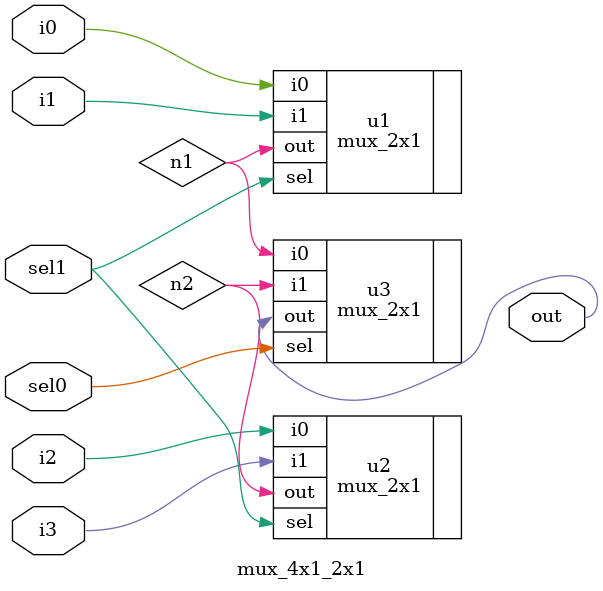
<source format=v>
`include "mux_2x1.v"
module mux_4x1_2x1(i0,i1,i2,i3,sel0,sel1,out);
input i0,i1,i2,i3,sel0,sel1;
output out;
mux_2x1 u1(.i0(i0),.i1(i1),.sel(sel1),.out(n1));
mux_2x1 u2(.i0(i2),.i1(i3),.sel(sel1),.out(n2));
mux_2x1 u3(.i0(n1),.i1(n2),.sel(sel0),.out(out));
endmodule

</source>
